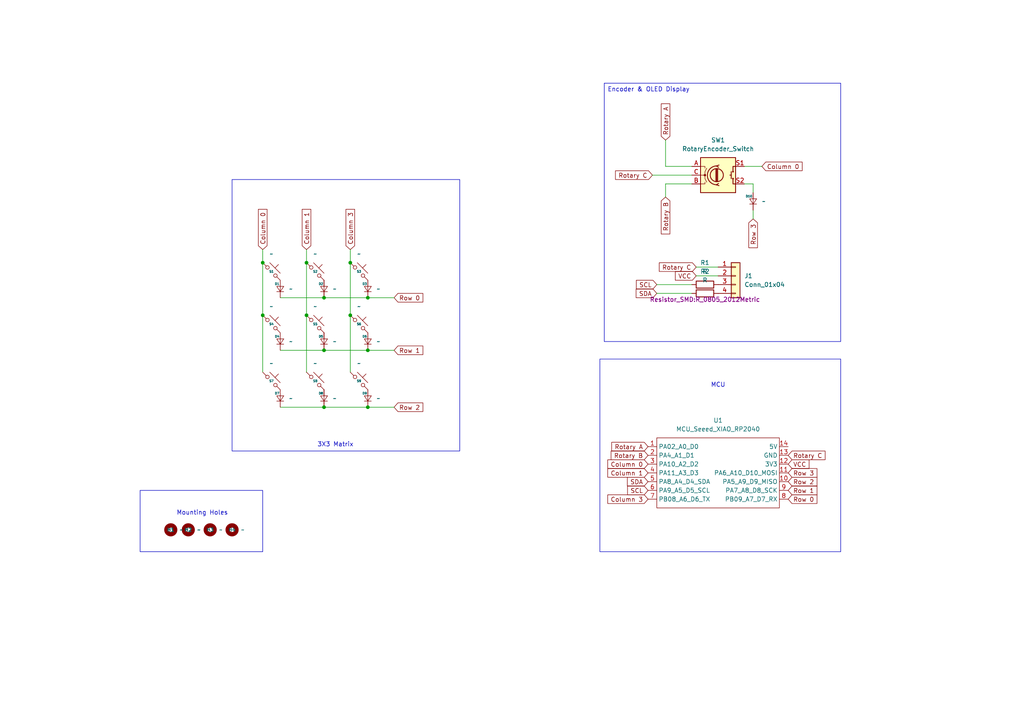
<source format=kicad_sch>
(kicad_sch (version 20250114) (generator "eeschema") (generator_version "9.0")
  (paper "A4")
  (lib_symbols
    (symbol "Connector_Generic:Conn_01x04" (pin_names (offset 1.016) (hide yes))
      (property "Reference" "J" (at 0 5.08 0))
      (property "Value" "Conn_01x04" (at 0 -7.62 0))
      (symbol "Conn_01x04_1_1"
        (rectangle (start -1.27 3.81) (end 1.27 -6.35) (stroke (width 0.254)) (fill (type background)))
        (rectangle (start -1.27 2.667) (end 0 2.413) (stroke (width 0.1524)))
        (rectangle (start -1.27 0.127) (end 0 -0.127) (stroke (width 0.1524)))
        (rectangle (start -1.27 -2.413) (end 0 -2.667) (stroke (width 0.1524)))
        (rectangle (start -1.27 -4.953) (end 0 -5.207) (stroke (width 0.1524)))
        (pin passive line (at -5.08 2.54 0) (length 3.81) (name "Pin_1") (number "1"))
        (pin passive line (at -5.08 0 0) (length 3.81) (name "Pin_2") (number "2"))
        (pin passive line (at -5.08 -2.54 0) (length 3.81) (name "Pin_3") (number "3"))
        (pin passive line (at -5.08 -5.08 0) (length 3.81) (name "Pin_4") (number "4"))
      )
    )
    (symbol "Device:R" (pin_numbers (hide yes)) (pin_names (offset 0))
      (property "Reference" "R" (at 2.032 0 90))
      (property "Value" "R" (at 0 0 90))
      (symbol "R_0_1"
        (rectangle (start -1.016 -2.54) (end 1.016 2.54) (stroke (width 0.254)))
      )
      (symbol "R_1_1"
        (pin passive line (at 0 3.81 270) (length 1.27) (name "~") (number "1"))
        (pin passive line (at 0 -3.81 90) (length 1.27) (name "~") (number "2"))
      )
    )
    (symbol "Device:RotaryEncoder_Switch" (pin_names (offset 0.254) (hide yes))
      (property "Reference" "SW" (at 0 6.604 0))
      (property "Value" "RotaryEncoder_Switch" (at 0 -6.604 0))
      (symbol "RotaryEncoder_Switch_0_1"
        (rectangle (start -5.08 5.08) (end 5.08 -5.08) (stroke (width 0.254)) (fill (type background)))
        (polyline (pts (xy -5.08 2.54) (xy -3.81 2.54) (xy -3.81 2.032)))
        (polyline (pts (xy -5.08 0) (xy -3.81 0) (xy -3.81 -1.016) (xy -3.302 -2.032)))
        (polyline (pts (xy -5.08 -2.54) (xy -3.81 -2.54) (xy -3.81 -2.032)))
        (polyline (pts (xy -4.318 0) (xy -3.81 0) (xy -3.81 1.016) (xy -3.302 2.032)))
        (circle (center -3.81 0) (radius 0.254) (fill (type outline)))
        (polyline (pts (xy -0.635 -1.778) (xy -0.635 1.778)) (stroke (width 0.254)))
        (circle (center -0.381 0) (radius 1.905) (stroke (width 0.254)))
        (polyline (pts (xy -0.381 -1.778) (xy -0.381 1.778)) (stroke (width 0.254)))
        (arc (start -0.381 -2.794) (mid -3.0988 -0.0635) (end -0.381 2.667) (stroke (width 0.254)))
        (polyline (pts (xy -0.127 1.778) (xy -0.127 -1.778)) (stroke (width 0.254)))
        (polyline (pts (xy 0.254 2.921) (xy -0.508 2.667) (xy 0.127 2.286)) (stroke (width 0.254)))
        (polyline (pts (xy 0.254 -3.048) (xy -0.508 -2.794) (xy 0.127 -2.413)) (stroke (width 0.254)))
        (polyline (pts (xy 3.81 1.016) (xy 3.81 -1.016)) (stroke (width 0.254)))
        (polyline (pts (xy 3.81 0) (xy 3.429 0)) (stroke (width 0.254)))
        (circle (center 4.318 1.016) (radius 0.127) (stroke (width 0.254)))
        (circle (center 4.318 -1.016) (radius 0.127) (stroke (width 0.254)))
        (polyline (pts (xy 5.08 2.54) (xy 4.318 2.54) (xy 4.318 1.016)) (stroke (width 0.254)))
        (polyline (pts (xy 5.08 -2.54) (xy 4.318 -2.54) (xy 4.318 -1.016)) (stroke (width 0.254)))
      )
      (symbol "RotaryEncoder_Switch_1_1"
        (pin passive line (at -7.62 2.54 0) (length 2.54) (name "A") (number "A"))
        (pin passive line (at -7.62 0 0) (length 2.54) (name "C") (number "C"))
        (pin passive line (at -7.62 -2.54 0) (length 2.54) (name "B") (number "B"))
        (pin passive line (at 7.62 2.54 180) (length 2.54) (name "S1") (number "S1"))
        (pin passive line (at 7.62 -2.54 180) (length 2.54) (name "S2") (number "S2"))
      )
    )
    (symbol "ScottoKeebs:MCU_Seeed_XIAO_RP2040"
      (property "Reference" "U" (at -16.51 11.43 0))
      (property "Value" "MCU_Seeed_XIAO_RP2040" (at -3.81 -11.43 0))
      (symbol "MCU_Seeed_XIAO_RP2040_0_1"
        (rectangle (start -16.51 10.16) (end 19.05 -10.16))
      )
      (symbol "MCU_Seeed_XIAO_RP2040_1_1"
        (pin passive line (at -19.05 7.62 0) (length 2.54) (name "PA02_A0_D0") (number "1"))
        (pin passive line (at -19.05 5.08 0) (length 2.54) (name "PA4_A1_D1") (number "2"))
        (pin passive line (at -19.05 2.54 0) (length 2.54) (name "PA10_A2_D2") (number "3"))
        (pin passive line (at -19.05 0 0) (length 2.54) (name "PA11_A3_D3") (number "4"))
        (pin passive line (at -19.05 -2.54 0) (length 2.54) (name "PA8_A4_D4_SDA") (number "5"))
        (pin passive line (at -19.05 -5.08 0) (length 2.54) (name "PA9_A5_D5_SCL") (number "6"))
        (pin passive line (at -19.05 -7.62 0) (length 2.54) (name "PB08_A6_D6_TX") (number "7"))
        (pin passive line (at 21.59 7.62 180) (length 2.54) (name "5V") (number "14"))
        (pin passive line (at 21.59 5.08 180) (length 2.54) (name "GND") (number "13"))
        (pin passive line (at 21.59 2.54 180) (length 2.54) (name "3V3") (number "12"))
        (pin passive line (at 21.59 0 180) (length 2.54) (name "PA6_A10_D10_MOSI") (number "11"))
        (pin passive line (at 21.59 -2.54 180) (length 2.54) (name "PA5_A9_D9_MISO") (number "10"))
        (pin passive line (at 21.59 -5.08 180) (length 2.54) (name "PA7_A8_D8_SCK") (number "9"))
        (pin passive line (at 21.59 -7.62 180) (length 2.54) (name "PB09_A7_D7_RX") (number "8"))
      )
    )
    (symbol "ScottoKeebs:Placeholder_Diode" (pin_numbers (hide yes)) (pin_names (hide yes))
      (property "Reference" "D" (at -0.15 1.066 0))
      (symbol "Placeholder_Diode_0_1"
        (polyline (pts (xy 0 -0.762) (xy 0 0.762)))
      )
      (symbol "Placeholder_Diode_1_1"
        (polyline (pts (xy 1.016 0.762) (xy 0 -0.762) (xy -1.016 0.762) (xy 1.016 0.762)) (stroke (width 0.1524)))
        (polyline (pts (xy 1.016 -0.762) (xy -1.016 -0.762)) (stroke (width 0.1524)))
        (pin passive line (at 0 2.54 270) (length 1.778) (name "A") (number "2"))
        (pin passive line (at 0 -2.54 90) (length 1.778) (name "K") (number "1"))
      )
    )
    (symbol "ScottoKeebs:Placeholder_Keyswitch" (pin_numbers (hide yes)) (pin_names (offset 1.016) (hide yes))
      (property "Reference" "S" (at 0 0 0))
      (symbol "Placeholder_Keyswitch_0_1"
        (polyline (pts (xy -2.54 2.54) (xy -1.524 1.524) (xy -1.524 1.524)))
        (circle (center -1.1684 1.1684) (radius 0.508))
        (polyline (pts (xy -0.508 2.54) (xy 2.54 -0.508)))
        (polyline (pts (xy 1.016 1.016) (xy 2.032 2.032)))
        (circle (center 1.143 -1.1938) (radius 0.508))
        (polyline (pts (xy 1.524 -1.524) (xy 2.54 -2.54) (xy 2.54 -2.54) (xy 2.54 -2.54)))
        (pin passive line (at -2.54 2.54 0) (length 0) (name "1") (number "1"))
        (pin passive line (at 2.54 -2.54 180) (length 0) (name "2") (number "2"))
      )
    )
    (symbol "ScottoKeebs:Placeholder_Mounting_Hole" (pin_names (offset 1.016))
      (property "Reference" "H" (at 0 0 0))
      (symbol "Placeholder_Mounting_Hole_0_1"
        (circle (center 0 0) (radius 1.27) (stroke (width 1.27)))
      )
    )
  )
  (rectangle (start 67.31 52.07) (end 133.35 130.81))
  (text "3X3 Matrix" (at 97.282 129.032 0) (effects (font (size 1.27 1.27))))
  (text "Mounting Holes\n" (at 58.674 148.844 0) (effects (font (size 1.27 1.27))))
  (text "MCU" (at 208.28 111.76 0) (effects (font (size 1.27 1.27))))
  (text_box "" (at 40.64 142.24 0) (size 35.56 17.78) (margins 0.9525 0.9525 0.9525 0.9525) (effects (font (size 1.27 1.27)) (justify left top)))
  (text_box "" (at 173.99 104.14 0) (size 69.85 55.88) (margins 0.9525 0.9525 0.9525 0.9525) (effects (font (size 1.27 1.27)) (justify left top)))
  (text_box "Encoder & OLED Display" (at 175.26 24.13 0) (size 68.58 74.93) (margins 0.9525 0.9525 0.9525 0.9525) (effects (font (size 1.27 1.27)) (justify left top)))
  (junction (at 106.68 86.36))
  (junction (at 106.68 101.6))
  (junction (at 76.2 76.2))
  (junction (at 93.98 86.36))
  (junction (at 93.98 101.6))
  (junction (at 88.9 91.44))
  (junction (at 93.98 118.11))
  (junction (at 76.2 91.44))
  (junction (at 101.6 91.44))
  (junction (at 106.68 118.11))
  (junction (at 101.6 76.2))
  (junction (at 88.9 76.2))
  (wire (pts (xy 114.3 118.11) (xy 106.68 118.11)))
  (wire (pts (xy 220.98 48.26) (xy 215.9 48.26)))
  (wire (pts (xy 218.44 53.34) (xy 218.44 55.88)))
  (wire (pts (xy 193.04 57.15) (xy 193.04 53.34)))
  (wire (pts (xy 215.9 53.34) (xy 218.44 53.34)))
  (wire (pts (xy 101.6 76.2) (xy 101.6 91.44)))
  (wire (pts (xy 193.04 53.34) (xy 200.66 53.34)))
  (wire (pts (xy 93.98 101.6) (xy 106.68 101.6)))
  (wire (pts (xy 114.3 101.6) (xy 106.68 101.6)))
  (wire (pts (xy 101.6 72.39) (xy 101.6 76.2)))
  (wire (pts (xy 76.2 72.39) (xy 76.2 76.2)))
  (wire (pts (xy 81.28 101.6) (xy 93.98 101.6)))
  (wire (pts (xy 93.98 118.11) (xy 106.68 118.11)))
  (wire (pts (xy 189.23 50.8) (xy 200.66 50.8)))
  (wire (pts (xy 190.5 82.55) (xy 200.66 82.55)))
  (wire (pts (xy 76.2 91.44) (xy 76.2 107.95)))
  (wire (pts (xy 114.3 86.36) (xy 106.68 86.36)))
  (wire (pts (xy 81.28 118.11) (xy 93.98 118.11)))
  (wire (pts (xy 88.9 76.2) (xy 88.9 91.44)))
  (wire (pts (xy 201.93 80.01) (xy 208.28 80.01)))
  (wire (pts (xy 190.5 85.09) (xy 200.66 85.09)))
  (wire (pts (xy 201.93 77.47) (xy 208.28 77.47)))
  (wire (pts (xy 81.28 86.36) (xy 93.98 86.36)))
  (wire (pts (xy 76.2 76.2) (xy 76.2 91.44)))
  (wire (pts (xy 193.04 48.26) (xy 200.66 48.26)))
  (wire (pts (xy 88.9 72.39) (xy 88.9 76.2)))
  (wire (pts (xy 93.98 86.36) (xy 106.68 86.36)))
  (wire (pts (xy 101.6 91.44) (xy 101.6 107.95)))
  (wire (pts (xy 88.9 91.44) (xy 88.9 107.95)))
  (wire (pts (xy 218.44 63.5) (xy 218.44 60.96)))
  (wire (pts (xy 193.04 40.64) (xy 193.04 48.26)))
  (global_label "Rotary B" (shape input) (at 187.96 132.08 180) (property "Intersheetrefs" "${INTERSHEET_REFS}" (effects (hide yes))))
  (global_label "Row 2" (shape input) (at 114.3 118.11 0) (property "Intersheetrefs" "${INTERSHEET_REFS}" (effects (hide yes))))
  (global_label "Rotary B" (shape input) (at 193.04 57.15 270) (property "Intersheetrefs" "${INTERSHEET_REFS}" (effects (hide yes))))
  (global_label "Column 3" (shape input) (at 187.96 144.78 180) (property "Intersheetrefs" "${INTERSHEET_REFS}" (effects (hide yes))))
  (global_label "Rotary A" (shape input) (at 187.96 129.54 180) (property "Intersheetrefs" "${INTERSHEET_REFS}" (effects (hide yes))))
  (global_label "Column 0" (shape input) (at 187.96 134.62 180) (property "Intersheetrefs" "${INTERSHEET_REFS}" (effects (hide yes))))
  (global_label "Row 2" (shape input) (at 228.6 139.7 0) (property "Intersheetrefs" "${INTERSHEET_REFS}" (effects (hide yes))))
  (global_label "Column 1" (shape input) (at 187.96 137.16 180) (property "Intersheetrefs" "${INTERSHEET_REFS}" (effects (hide yes))))
  (global_label "Column 3" (shape input) (at 101.6 72.39 90) (property "Intersheetrefs" "${INTERSHEET_REFS}" (effects (hide yes))))
  (global_label "Row 1" (shape input) (at 114.3 101.6 0) (property "Intersheetrefs" "${INTERSHEET_REFS}" (effects (hide yes))))
  (global_label "Rotary C" (shape input) (at 189.23 50.8 180) (property "Intersheetrefs" "${INTERSHEET_REFS}" (effects (hide yes))))
  (global_label "Row 3" (shape input) (at 228.6 137.16 0) (property "Intersheetrefs" "${INTERSHEET_REFS}" (effects (hide yes))))
  (global_label "Column 0" (shape input) (at 76.2 72.39 90) (property "Intersheetrefs" "${INTERSHEET_REFS}" (effects (hide yes))))
  (global_label "SDA" (shape input) (at 190.5 85.09 180) (property "Intersheetrefs" "${INTERSHEET_REFS}" (effects (hide yes))))
  (global_label "Row 0" (shape input) (at 228.6 144.78 0) (property "Intersheetrefs" "${INTERSHEET_REFS}" (effects (hide yes))))
  (global_label "Rotary C" (shape input) (at 228.6 132.08 0) (property "Intersheetrefs" "${INTERSHEET_REFS}" (effects (hide yes))))
  (global_label "Rotary A" (shape input) (at 193.04 40.64 90) (property "Intersheetrefs" "${INTERSHEET_REFS}" (effects (hide yes))))
  (global_label "Row 0" (shape input) (at 114.3 86.36 0) (property "Intersheetrefs" "${INTERSHEET_REFS}" (effects (hide yes))))
  (global_label "SCL" (shape input) (at 190.5 82.55 180) (property "Intersheetrefs" "${INTERSHEET_REFS}" (effects (hide yes))))
  (global_label "SCL" (shape input) (at 187.96 142.24 180) (property "Intersheetrefs" "${INTERSHEET_REFS}" (effects (hide yes))))
  (global_label "Column 1" (shape input) (at 88.9 72.39 90) (property "Intersheetrefs" "${INTERSHEET_REFS}" (effects (hide yes))))
  (global_label "VCC" (shape input) (at 228.6 134.62 0) (property "Intersheetrefs" "${INTERSHEET_REFS}" (effects (hide yes))))
  (global_label "Column 0" (shape input) (at 220.98 48.26 0) (property "Intersheetrefs" "${INTERSHEET_REFS}" (effects (hide yes))))
  (global_label "Row 3" (shape input) (at 218.44 63.5 270) (property "Intersheetrefs" "${INTERSHEET_REFS}" (effects (hide yes))))
  (global_label "Rotary C" (shape input) (at 201.93 77.47 180) (property "Intersheetrefs" "${INTERSHEET_REFS}" (effects (hide yes))))
  (global_label "SDA" (shape input) (at 187.96 139.7 180) (property "Intersheetrefs" "${INTERSHEET_REFS}" (effects (hide yes))))
  (global_label "VCC" (shape input) (at 201.93 80.01 180) (property "Intersheetrefs" "${INTERSHEET_REFS}" (effects (hide yes))))
  (global_label "Row 1" (shape input) (at 228.6 142.24 0) (property "Intersheetrefs" "${INTERSHEET_REFS}" (effects (hide yes))))
  (symbol (lib_id "ScottoKeebs:Placeholder_Diode") (at 106.68 115.57 0) (unit 1)
    (property "Reference" "D9" (at 106.53 114.504 0) (effects (font (size 0.635 0.635) (thickness 0.127) (bold yes)) (justify right bottom)))
    (property "Value" "~" (at 109.22 115.5699 0) (effects (justify left)))
    (property "Footprint" "ScottoKeebs_Components:Diode_SOD-123" (effects (hide yes)))
  )
  (symbol (lib_id "Device:R") (at 204.47 85.09 90) (unit 1)
    (property "Reference" "R2" (at 204.47 78.74 90))
    (property "Value" "R" (at 204.47 81.28 90))
    (property "Footprint" "Resistor_SMD:R_0805_2012Metric" (at 204.47 86.868 90))
    (property "Description" "Resistor" (effects (hide yes)))
  )
  (symbol (lib_id "ScottoKeebs:Placeholder_Diode") (at 93.98 83.82 0) (unit 1)
    (property "Reference" "D2" (at 93.83 82.754 0) (effects (font (size 0.635 0.635) (thickness 0.127) (bold yes)) (justify right bottom)))
    (property "Value" "~" (at 96.52 83.8199 0) (effects (justify left)))
    (property "Footprint" "ScottoKeebs_Components:Diode_SOD-123" (effects (hide yes)))
  )
  (symbol (lib_id "Device:R") (at 204.47 82.55 90) (unit 1)
    (property "Reference" "R1" (at 204.47 76.2 90))
    (property "Value" "R" (at 204.47 78.74 90))
    (property "Footprint" "Resistor_SMD:R_0805_2012Metric" (effects (hide yes)))
    (property "Description" "Resistor" (effects (hide yes)))
  )
  (symbol (lib_id "ScottoKeebs:Placeholder_Mounting_Hole") (at 67.31 153.67 0) (unit 1)
    (property "Reference" "H4" (at 67.31 153.67 0) (effects (font (size 1 1) (thickness 0.2) (bold yes))))
    (property "Value" "~" (at 69.85 153.6699 0) (effects (justify left)))
    (property "Footprint" "MountingHole:MountingHole_2.2mm_M2" (effects (hide yes)))
  )
  (symbol (lib_id "ScottoKeebs:Placeholder_Diode") (at 218.44 58.42 0) (unit 1)
    (property "Reference" "D10" (at 218.29 57.354 0) (effects (font (size 0.635 0.635) (thickness 0.127) (bold yes)) (justify right bottom)))
    (property "Value" "~" (at 220.98 58.4199 0) (effects (justify left)))
    (property "Footprint" "ScottoKeebs_Components:Diode_SOD-123" (effects (hide yes)))
  )
  (symbol (lib_id "ScottoKeebs:Placeholder_Keyswitch") (at 104.14 93.98 0) (unit 1)
    (property "Reference" "S6" (at 104.14 93.98 0) (effects (font (size 0.635 0.635) (thickness 0.127) (bold yes))))
    (property "Value" "~" (at 104.14 88.9 0))
    (property "Footprint" "ScottoKeebs_Hotswap:Hotswap_MX_1.00u" (effects (hide yes)))
  )
  (symbol (lib_id "ScottoKeebs:Placeholder_Keyswitch") (at 104.14 78.74 0) (unit 1)
    (property "Reference" "S3" (at 104.14 78.74 0) (effects (font (size 0.635 0.635) (thickness 0.127) (bold yes))))
    (property "Value" "~" (at 104.14 73.66 0))
    (property "Footprint" "ScottoKeebs_Hotswap:Hotswap_MX_1.00u" (effects (hide yes)))
  )
  (symbol (lib_id "ScottoKeebs:MCU_Seeed_XIAO_RP2040") (at 207.01 137.16 0) (unit 1)
    (property "Reference" "U1" (at 208.28 121.92 0))
    (property "Value" "MCU_Seeed_XIAO_RP2040" (at 208.28 124.46 0))
    (property "Footprint" "ScottoKeebs_MCU:Seeed_XIAO_RP2040" (effects (hide yes)))
  )
  (symbol (lib_id "ScottoKeebs:Placeholder_Diode") (at 81.28 83.82 0) (unit 1)
    (property "Reference" "D1" (at 81.13 82.754 0) (effects (font (size 0.635 0.635) (thickness 0.127) (bold yes)) (justify right bottom)))
    (property "Value" "~" (at 83.82 83.8199 0) (effects (justify left)))
    (property "Footprint" "ScottoKeebs_Components:Diode_SOD-123" (effects (hide yes)))
  )
  (symbol (lib_id "ScottoKeebs:Placeholder_Keyswitch") (at 78.74 110.49 0) (unit 1)
    (property "Reference" "S7" (at 78.74 110.49 0) (effects (font (size 0.635 0.635) (thickness 0.127) (bold yes))))
    (property "Value" "~" (at 78.74 105.41 0))
    (property "Footprint" "ScottoKeebs_Hotswap:Hotswap_MX_1.00u" (effects (hide yes)))
  )
  (symbol (lib_id "ScottoKeebs:Placeholder_Keyswitch") (at 78.74 93.98 0) (unit 1)
    (property "Reference" "S4" (at 78.74 93.98 0) (effects (font (size 0.635 0.635) (thickness 0.127) (bold yes))))
    (property "Value" "~" (at 78.74 88.9 0))
    (property "Footprint" "ScottoKeebs_Hotswap:Hotswap_MX_1.00u" (effects (hide yes)))
  )
  (symbol (lib_id "Connector_Generic:Conn_01x04") (at 213.36 80.01 0) (unit 1)
    (property "Reference" "J1" (at 215.9 80.0099 0) (effects (justify left)))
    (property "Value" "Conn_01x04" (at 215.9 82.5499 0) (effects (justify left)))
    (property "Footprint" "Connector_PinSocket_2.54mm:PinSocket_1x04_P2.54mm_Vertical" (effects (hide yes)))
    (property "Description" "Generic connector, single row, 01x04, script generated (kicad-library-utils/schlib/autogen/connector/)" (effects (hide yes)))
  )
  (symbol (lib_id "ScottoKeebs:Placeholder_Mounting_Hole") (at 54.61 153.67 0) (unit 1)
    (property "Reference" "H2" (at 54.61 153.67 0) (effects (font (size 1 1) (thickness 0.2) (bold yes))))
    (property "Value" "~" (at 57.15 153.6699 0) (effects (justify left)))
    (property "Footprint" "MountingHole:MountingHole_2.2mm_M2" (effects (hide yes)))
  )
  (symbol (lib_id "ScottoKeebs:Placeholder_Keyswitch") (at 78.74 78.74 0) (unit 1)
    (property "Reference" "S1" (at 78.74 78.74 0) (effects (font (size 0.635 0.635) (thickness 0.127) (bold yes))))
    (property "Value" "~" (at 78.74 73.66 0))
    (property "Footprint" "ScottoKeebs_Hotswap:Hotswap_MX_1.00u" (effects (hide yes)))
  )
  (symbol (lib_id "ScottoKeebs:Placeholder_Diode") (at 93.98 99.06 0) (unit 1)
    (property "Reference" "D5" (at 93.83 97.994 0) (effects (font (size 0.635 0.635) (thickness 0.127) (bold yes)) (justify right bottom)))
    (property "Value" "~" (at 96.52 99.0599 0) (effects (justify left)))
    (property "Footprint" "ScottoKeebs_Components:Diode_SOD-123" (effects (hide yes)))
  )
  (symbol (lib_id "ScottoKeebs:Placeholder_Diode") (at 81.28 115.57 0) (unit 1)
    (property "Reference" "D7" (at 81.13 114.504 0) (effects (font (size 0.635 0.635) (thickness 0.127) (bold yes)) (justify right bottom)))
    (property "Value" "~" (at 83.82 115.5699 0) (effects (justify left)))
    (property "Footprint" "ScottoKeebs_Components:Diode_SOD-123" (effects (hide yes)))
  )
  (symbol (lib_id "ScottoKeebs:Placeholder_Diode") (at 93.98 115.57 0) (unit 1)
    (property "Reference" "D8" (at 93.83 114.504 0) (effects (font (size 0.635 0.635) (thickness 0.127) (bold yes)) (justify right bottom)))
    (property "Value" "~" (at 96.52 115.5699 0) (effects (justify left)))
    (property "Footprint" "ScottoKeebs_Components:Diode_SOD-123" (effects (hide yes)))
  )
  (symbol (lib_id "ScottoKeebs:Placeholder_Keyswitch") (at 91.44 78.74 0) (unit 1)
    (property "Reference" "S2" (at 91.44 78.74 0) (effects (font (size 0.635 0.635) (thickness 0.127) (bold yes))))
    (property "Value" "~" (at 91.44 73.66 0))
    (property "Footprint" "ScottoKeebs_Hotswap:Hotswap_MX_1.00u" (effects (hide yes)))
  )
  (symbol (lib_id "ScottoKeebs:Placeholder_Keyswitch") (at 91.44 93.98 0) (unit 1)
    (property "Reference" "S5" (at 91.44 93.98 0) (effects (font (size 0.635 0.635) (thickness 0.127) (bold yes))))
    (property "Value" "~" (at 91.44 88.9 0))
    (property "Footprint" "ScottoKeebs_Hotswap:Hotswap_MX_1.00u" (effects (hide yes)))
  )
  (symbol (lib_id "ScottoKeebs:Placeholder_Diode") (at 81.28 99.06 0) (unit 1)
    (property "Reference" "D4" (at 81.13 97.994 0) (effects (font (size 0.635 0.635) (thickness 0.127) (bold yes)) (justify right bottom)))
    (property "Value" "~" (at 83.82 99.0599 0) (effects (justify left)))
    (property "Footprint" "ScottoKeebs_Components:Diode_SOD-123" (effects (hide yes)))
  )
  (symbol (lib_id "ScottoKeebs:Placeholder_Keyswitch") (at 104.14 110.49 0) (unit 1)
    (property "Reference" "S9" (at 104.14 110.49 0) (effects (font (size 0.635 0.635) (thickness 0.127) (bold yes))))
    (property "Value" "~" (at 104.14 105.41 0))
    (property "Footprint" "ScottoKeebs_Hotswap:Hotswap_MX_1.00u" (effects (hide yes)))
  )
  (symbol (lib_id "ScottoKeebs:Placeholder_Diode") (at 106.68 99.06 0) (unit 1)
    (property "Reference" "D6" (at 106.53 97.994 0) (effects (font (size 0.635 0.635) (thickness 0.127) (bold yes)) (justify right bottom)))
    (property "Value" "~" (at 109.22 99.0599 0) (effects (justify left)))
    (property "Footprint" "ScottoKeebs_Components:Diode_SOD-123" (effects (hide yes)))
  )
  (symbol (lib_id "ScottoKeebs:Placeholder_Diode") (at 106.68 83.82 0) (unit 1)
    (property "Reference" "D3" (at 106.53 82.754 0) (effects (font (size 0.635 0.635) (thickness 0.127) (bold yes)) (justify right bottom)))
    (property "Value" "~" (at 109.22 83.8199 0) (effects (justify left)))
    (property "Footprint" "ScottoKeebs_Components:Diode_SOD-123" (effects (hide yes)))
  )
  (symbol (lib_id "ScottoKeebs:Placeholder_Mounting_Hole") (at 49.53 153.67 0) (unit 1)
    (property "Reference" "H1" (at 49.53 153.67 0) (effects (font (size 1 1) (thickness 0.2) (bold yes))))
    (property "Value" "~" (at 52.07 153.6699 0) (effects (justify left)))
    (property "Footprint" "MountingHole:MountingHole_2.2mm_M2" (effects (hide yes)))
  )
  (symbol (lib_id "ScottoKeebs:Placeholder_Keyswitch") (at 91.44 110.49 0) (unit 1)
    (property "Reference" "S8" (at 91.44 110.49 0) (effects (font (size 0.635 0.635) (thickness 0.127) (bold yes))))
    (property "Value" "~" (at 91.44 105.41 0))
    (property "Footprint" "ScottoKeebs_Hotswap:Hotswap_MX_1.00u" (effects (hide yes)))
  )
  (symbol (lib_id "Device:RotaryEncoder_Switch") (at 208.28 50.8 0) (unit 1)
    (property "Reference" "SW1" (at 208.28 40.64 0))
    (property "Value" "RotaryEncoder_Switch" (at 208.28 43.18 0))
    (property "Footprint" "Rotary_Encoder:RotaryEncoder_Alps_EC11E-Switch_Vertical_H20mm" (effects (hide yes)))
    (property "Description" "Rotary encoder, dual channel, incremental quadrate outputs, with switch" (effects (hide yes)))
  )
  (symbol (lib_id "ScottoKeebs:Placeholder_Mounting_Hole") (at 60.96 153.67 0) (unit 1)
    (property "Reference" "H3" (at 60.96 153.67 0) (effects (font (size 1 1) (thickness 0.2) (bold yes))))
    (property "Value" "~" (at 63.5 153.6699 0) (effects (justify left)))
    (property "Footprint" "MountingHole:MountingHole_2.2mm_M2" (effects (hide yes)))
  )
)
</source>
